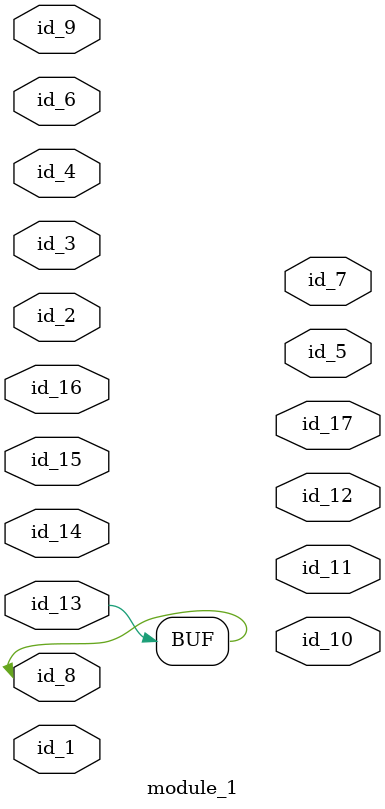
<source format=v>
module module_0;
  wire id_1;
endmodule
module module_1 (
    id_1,
    id_2,
    id_3,
    id_4,
    id_5,
    id_6,
    id_7,
    id_8,
    id_9,
    id_10,
    id_11,
    id_12,
    id_13,
    id_14,
    id_15,
    id_16,
    id_17
);
  output wire id_17;
  input wire id_16;
  inout wire id_15;
  inout wire id_14;
  inout wire id_13;
  output wire id_12;
  output wire id_11;
  output wire id_10;
  input wire id_9;
  inout wire id_8;
  output wire id_7;
  inout wire id_6;
  output wire id_5;
  inout wire id_4;
  input wire id_3;
  input wire id_2;
  input wire id_1;
  wire id_18;
  assign id_13 = id_8;
  module_0 modCall_1 ();
  assign id_8 = id_8;
endmodule

</source>
